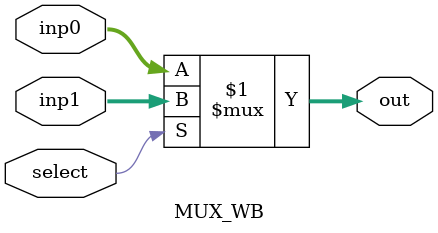
<source format=sv>
module MUX_WB (inp0, inp1, select, out);
	input logic [191:0] inp0, inp1;
	input logic select;
	output logic [191:0] out;
	
	assign out = select ? inp1 : inp0;
endmodule 
</source>
